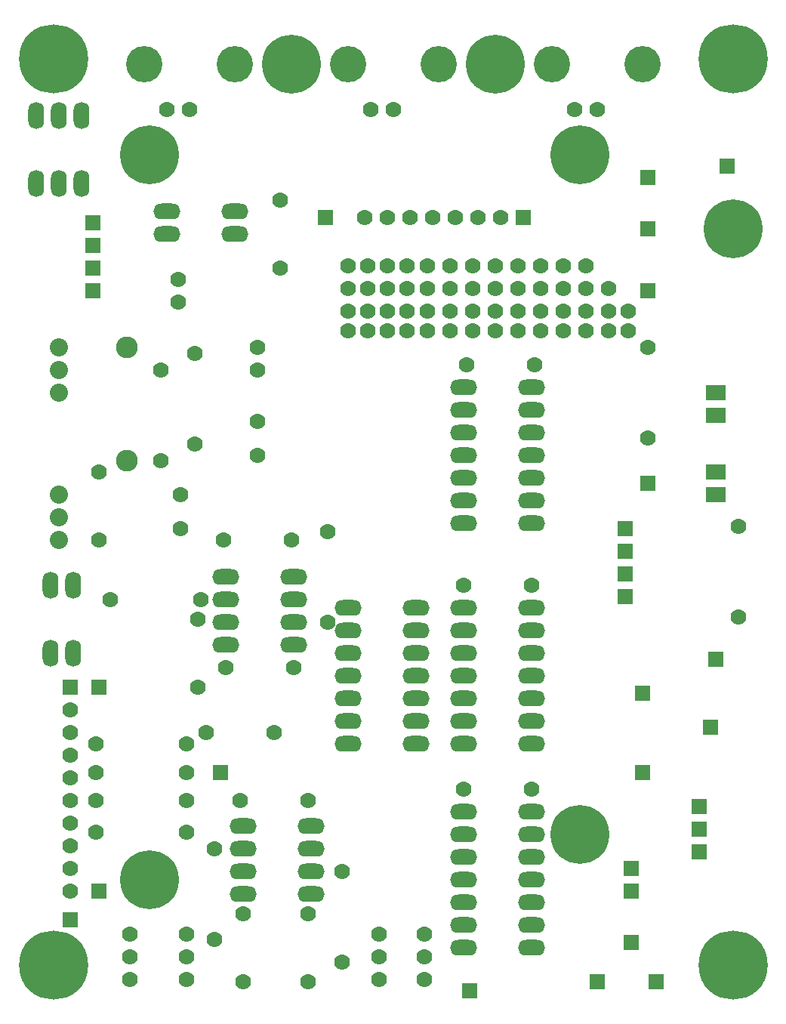
<source format=gbr>
G04 EasyPC Gerber Version 20.0.2 Build 4112 *
%FSLAX35Y35*%
%MOIN*%
%ADD100O,0.07000X0.12000*%
%ADD104R,0.07000X0.07000*%
%ADD23C,0.07000*%
%ADD102C,0.08000*%
%ADD134C,0.09600*%
%ADD96C,0.16000*%
%ADD109O,0.12000X0.07000*%
%ADD72R,0.09000X0.07000*%
%ADD133C,0.26000*%
%ADD132C,0.30500*%
X0Y0D02*
D02*
D23*
X97750Y104000D03*
Y114000D03*
Y124000D03*
Y134000D03*
Y144000D03*
Y154000D03*
Y164000D03*
Y174000D03*
Y184000D03*
X109000Y130250D03*
Y144000D03*
Y156500D03*
Y169000D03*
X110250Y259000D03*
Y289000D03*
X115250Y232750D03*
X124000Y65250D03*
Y75250D03*
Y85250D03*
X137750Y294000D03*
Y334000D03*
X140250Y449000D03*
X145250Y364000D03*
Y374000D03*
X146500Y264000D03*
Y279000D03*
X149000Y65250D03*
Y75250D03*
Y85250D03*
Y130250D03*
Y144000D03*
Y156500D03*
Y169000D03*
X150250Y449000D03*
X152750Y301500D03*
Y341500D03*
X154000Y194000D03*
Y224000D03*
X155250Y232750D03*
X157750Y174000D03*
X161500Y82750D03*
Y122750D03*
X165250Y259000D03*
X166500Y202750D03*
X172750Y144000D03*
X174000Y64000D03*
Y94000D03*
X180250Y296500D03*
Y311500D03*
Y334000D03*
Y344000D03*
X187750Y174000D03*
X190250Y379000D03*
Y409000D03*
X195250Y259000D03*
X196500Y202750D03*
X202750Y64000D03*
Y94000D03*
Y144000D03*
X211500Y222750D03*
Y262750D03*
X217750Y72750D03*
Y112750D03*
X220250Y351500D03*
Y360250D03*
Y370250D03*
Y380250D03*
X227750Y401500D03*
X229000Y351500D03*
Y360250D03*
Y370250D03*
Y380250D03*
X230250Y449000D03*
X234000Y65250D03*
Y75250D03*
Y85250D03*
X237750Y351500D03*
Y360250D03*
Y370250D03*
Y380250D03*
Y401500D03*
X240250Y449000D03*
X246500Y351500D03*
Y360250D03*
Y370250D03*
Y380250D03*
X247750Y401500D03*
X254000Y65250D03*
Y75250D03*
Y85250D03*
X255250Y351500D03*
Y360250D03*
Y370250D03*
Y380250D03*
X257750Y401500D03*
X265250Y351500D03*
Y360250D03*
Y370250D03*
Y380250D03*
X267750Y401500D03*
X271500Y149000D03*
Y239000D03*
X272750Y336500D03*
X275250Y351500D03*
Y360250D03*
Y370250D03*
Y380250D03*
X277750Y401500D03*
X285250Y351500D03*
Y360250D03*
Y370250D03*
Y380250D03*
X287750Y401500D03*
X295250Y351500D03*
Y360250D03*
Y370250D03*
Y380250D03*
X301500Y149000D03*
Y239000D03*
X302750Y336500D03*
X305250Y351500D03*
Y360250D03*
Y370250D03*
Y380250D03*
X315250Y351500D03*
Y360250D03*
Y370250D03*
Y380250D03*
X320250Y449000D03*
X325250Y351500D03*
Y360250D03*
Y370250D03*
Y380250D03*
X330250Y449000D03*
X335250Y351500D03*
Y360250D03*
Y370250D03*
X344000Y351500D03*
Y360250D03*
X352750Y304000D03*
Y344000D03*
X392750Y225250D03*
Y265250D03*
D02*
D72*
X382750Y279000D03*
Y289000D03*
Y314000D03*
Y324000D03*
D02*
D96*
X130250Y469000D03*
X170250D03*
X220250D03*
X260250D03*
X310250D03*
X350250D03*
D02*
D100*
X82750Y416500D03*
Y446500D03*
X89000Y209000D03*
Y239000D03*
X92750Y416500D03*
Y446500D03*
X99000Y209000D03*
Y239000D03*
X102750Y416500D03*
Y446500D03*
D02*
D102*
X92750Y259000D03*
Y269000D03*
Y279000D03*
Y324000D03*
Y334000D03*
Y344000D03*
D02*
D104*
X97750Y91500D03*
Y194000D03*
X107750Y369000D03*
Y379000D03*
Y389000D03*
Y399000D03*
X110250Y104000D03*
Y194000D03*
X164000Y156500D03*
X210250Y401500D03*
X274000Y60250D03*
X297750Y401500D03*
X330250Y64000D03*
X342750Y234000D03*
Y244000D03*
Y254000D03*
Y264000D03*
X345250Y81500D03*
Y104000D03*
Y114000D03*
X350250Y156500D03*
Y191500D03*
X352750Y284000D03*
Y369000D03*
Y396500D03*
Y419000D03*
X356500Y64000D03*
X375250Y121500D03*
Y131500D03*
Y141500D03*
X380250Y176500D03*
X382750Y206500D03*
X387750Y424000D03*
D02*
D109*
X140250Y394000D03*
Y404000D03*
X166500Y212750D03*
Y222750D03*
Y232750D03*
Y242750D03*
X170250Y394000D03*
Y404000D03*
X174000Y102750D03*
Y112750D03*
Y122750D03*
Y132750D03*
X196500Y212750D03*
Y222750D03*
Y232750D03*
Y242750D03*
X204000Y102750D03*
Y112750D03*
Y122750D03*
Y132750D03*
X220250Y169000D03*
Y179000D03*
Y189000D03*
Y199000D03*
Y209000D03*
Y219000D03*
Y229000D03*
X250250Y169000D03*
Y179000D03*
Y189000D03*
Y199000D03*
Y209000D03*
Y219000D03*
Y229000D03*
X271500Y79000D03*
Y89000D03*
Y99000D03*
Y109000D03*
Y119000D03*
Y129000D03*
Y139000D03*
Y169000D03*
Y179000D03*
Y189000D03*
Y199000D03*
Y209000D03*
Y219000D03*
Y229000D03*
Y266500D03*
Y276500D03*
Y286500D03*
Y296500D03*
Y306500D03*
Y316500D03*
Y326500D03*
X301500Y79000D03*
Y89000D03*
Y99000D03*
Y109000D03*
Y119000D03*
Y129000D03*
Y139000D03*
Y169000D03*
Y179000D03*
Y189000D03*
Y199000D03*
Y209000D03*
Y219000D03*
Y229000D03*
Y266500D03*
Y276500D03*
Y286500D03*
Y296500D03*
Y306500D03*
Y316500D03*
Y326500D03*
D02*
D132*
X90250Y71500D03*
Y471500D03*
X390250Y71500D03*
Y471500D03*
D02*
D133*
X132750Y109000D03*
Y429000D03*
X195250Y469000D03*
X285250D03*
X322750Y129000D03*
Y429000D03*
X390250Y396500D03*
D02*
D134*
X122750Y294000D03*
Y344000D03*
X0Y0D02*
M02*

</source>
